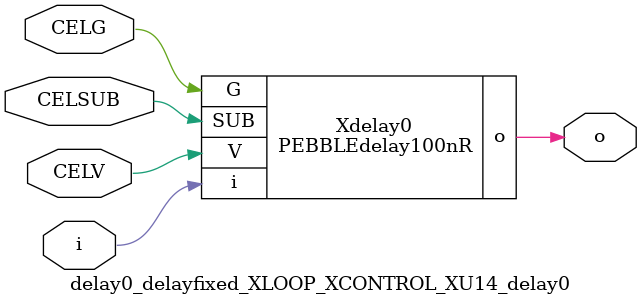
<source format=v>



module PEBBLEdelay100nR ( o, V, G, i, SUB );

  input V;
  input i;
  input G;
  output o;
  input SUB;
endmodule

//Celera Confidential Do Not Copy delay0_delayfixed_XLOOP_XCONTROL_XU14_delay0
//TYPE: fixed 100ns
module delay0_delayfixed_XLOOP_XCONTROL_XU14_delay0 (i, CELV, o,
CELG,CELSUB);
input CELV;
input i;
output o;
input CELSUB;
input CELG;

//Celera Confidential Do Not Copy delayfast0
PEBBLEdelay100nR Xdelay0(
.V (CELV),
.i (i),
.o (o),
.G (CELG),
.SUB (CELSUB)
);
//,diesize,PEBBLEdelay100nR

//Celera Confidential Do Not Copy Module End
//Celera Schematic Generator
endmodule

</source>
